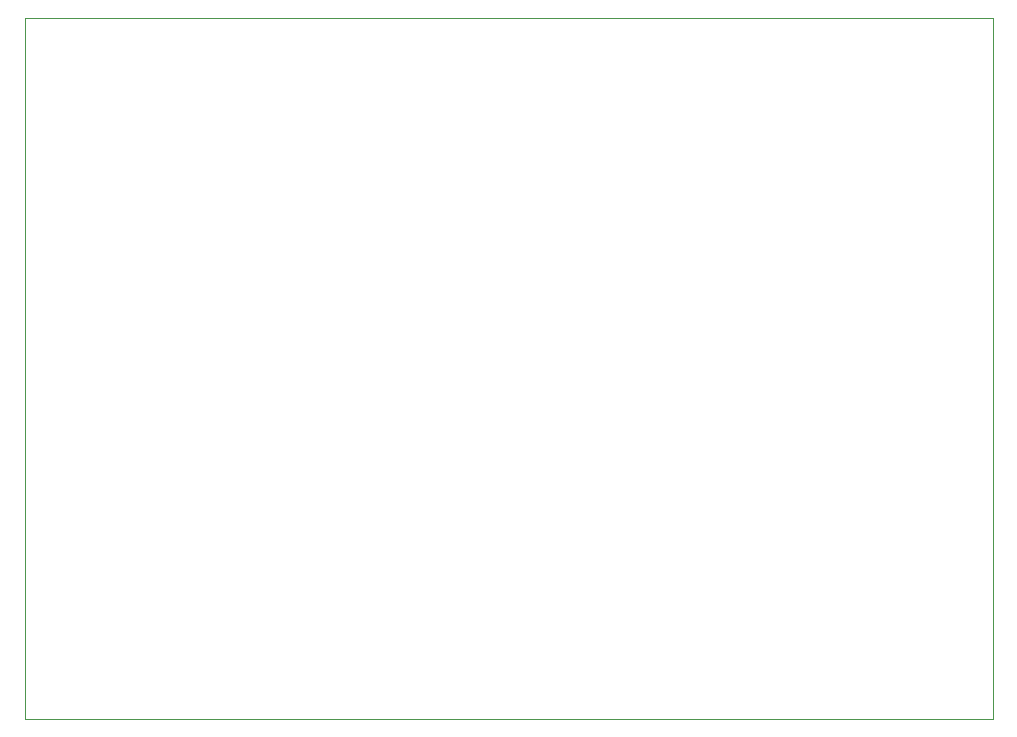
<source format=gbr>
%TF.GenerationSoftware,KiCad,Pcbnew,8.0.0*%
%TF.CreationDate,2024-10-31T15:18:53+01:00*%
%TF.ProjectId,gateway_design_kicad,67617465-7761-4795-9f64-657369676e5f,rev?*%
%TF.SameCoordinates,Original*%
%TF.FileFunction,Profile,NP*%
%FSLAX46Y46*%
G04 Gerber Fmt 4.6, Leading zero omitted, Abs format (unit mm)*
G04 Created by KiCad (PCBNEW 8.0.0) date 2024-10-31 15:18:53*
%MOMM*%
%LPD*%
G01*
G04 APERTURE LIST*
%TA.AperFunction,Profile*%
%ADD10C,0.050000*%
%TD*%
G04 APERTURE END LIST*
D10*
X83000000Y-55500000D02*
X165000000Y-55500000D01*
X165000000Y-114900000D01*
X83000000Y-114900000D01*
X83000000Y-55500000D01*
M02*

</source>
